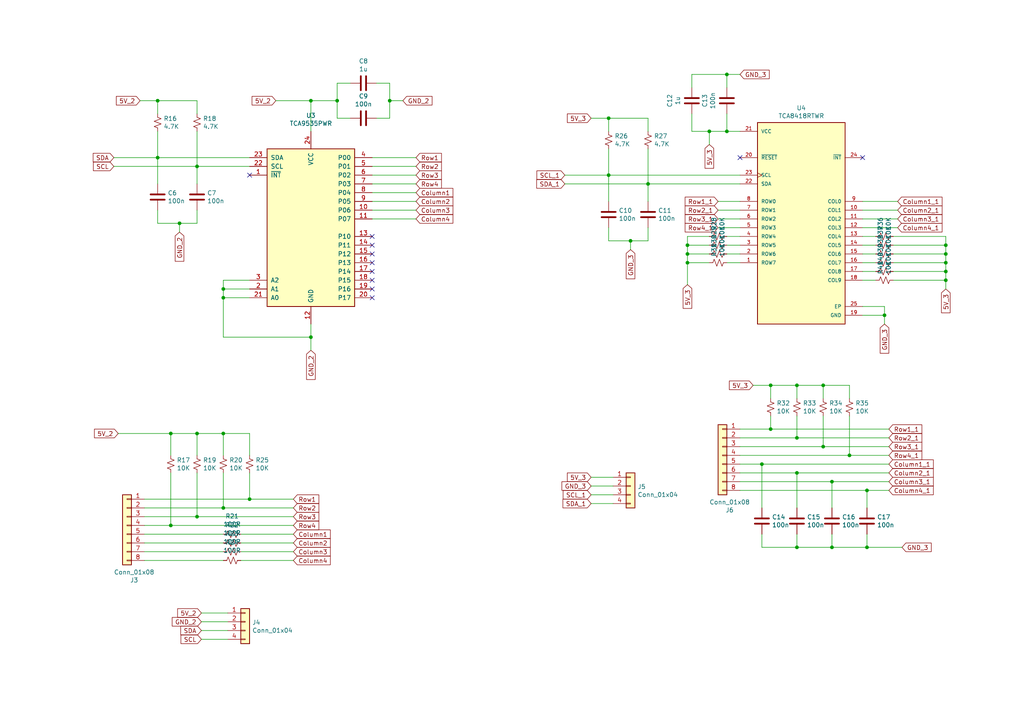
<source format=kicad_sch>
(kicad_sch (version 20230121) (generator eeschema)
  (paper "A4")
  (lib_symbols
    (symbol "Connector_Generic:Conn_01x04" (pin_names (offset 1.016) hide)
      (property "Reference" "J" (at 0 5.08 0))
      (property "Value" "Conn_01x04" (at 0 -7.62 0))
      (symbol "Conn_01x04_1_1"
        (rectangle (start -1.27 -4.953) (end 0 -5.207) (stroke (width 0.1524)))
        (rectangle (start -1.27 -2.413) (end 0 -2.667) (stroke (width 0.1524)))
        (rectangle (start -1.27 0.127) (end 0 -0.127) (stroke (width 0.1524)))
        (rectangle (start -1.27 2.667) (end 0 2.413) (stroke (width 0.1524)))
        (rectangle (start -1.27 3.81) (end 1.27 -6.35) (stroke (width 0.254)) (fill (type background)))
        (pin passive line (at -5.08 2.54 0) (length 3.81) (name "Pin_1") (number "1"))
        (pin passive line (at -5.08 0 0) (length 3.81) (name "Pin_2") (number "2"))
        (pin passive line (at -5.08 -2.54 0) (length 3.81) (name "Pin_3") (number "3"))
        (pin passive line (at -5.08 -5.08 0) (length 3.81) (name "Pin_4") (number "4"))
      )
    )
    (symbol "Connector_Generic:Conn_01x08" (pin_names (offset 1.016) hide)
      (property "Reference" "J" (at 0 10.16 0))
      (property "Value" "Conn_01x08" (at 0 -12.7 0))
      (symbol "Conn_01x08_1_1"
        (rectangle (start -1.27 -10.033) (end 0 -10.287) (stroke (width 0.1524)))
        (rectangle (start -1.27 -7.493) (end 0 -7.747) (stroke (width 0.1524)))
        (rectangle (start -1.27 -4.953) (end 0 -5.207) (stroke (width 0.1524)))
        (rectangle (start -1.27 -2.413) (end 0 -2.667) (stroke (width 0.1524)))
        (rectangle (start -1.27 0.127) (end 0 -0.127) (stroke (width 0.1524)))
        (rectangle (start -1.27 2.667) (end 0 2.413) (stroke (width 0.1524)))
        (rectangle (start -1.27 5.207) (end 0 4.953) (stroke (width 0.1524)))
        (rectangle (start -1.27 7.747) (end 0 7.493) (stroke (width 0.1524)))
        (rectangle (start -1.27 8.89) (end 1.27 -11.43) (stroke (width 0.254)) (fill (type background)))
        (pin passive line (at -5.08 7.62 0) (length 3.81) (name "Pin_1") (number "1"))
        (pin passive line (at -5.08 5.08 0) (length 3.81) (name "Pin_2") (number "2"))
        (pin passive line (at -5.08 2.54 0) (length 3.81) (name "Pin_3") (number "3"))
        (pin passive line (at -5.08 0 0) (length 3.81) (name "Pin_4") (number "4"))
        (pin passive line (at -5.08 -2.54 0) (length 3.81) (name "Pin_5") (number "5"))
        (pin passive line (at -5.08 -5.08 0) (length 3.81) (name "Pin_6") (number "6"))
        (pin passive line (at -5.08 -7.62 0) (length 3.81) (name "Pin_7") (number "7"))
        (pin passive line (at -5.08 -10.16 0) (length 3.81) (name "Pin_8") (number "8"))
      )
    )
    (symbol "Device:C" (pin_numbers hide) (pin_names (offset 0.254))
      (property "Reference" "C" (at 0.635 2.54 0))
      (property "Value" "C" (at 0.635 -2.54 0))
      (symbol "C_0_1"
        (polyline (pts (xy -2.032 -0.762) (xy 2.032 -0.762)) (stroke (width 0.508)))
        (polyline (pts (xy -2.032 0.762) (xy 2.032 0.762)) (stroke (width 0.508)))
      )
      (symbol "C_1_1"
        (pin passive line (at 0 3.81 270) (length 2.794) (name "~") (number "1"))
        (pin passive line (at 0 -3.81 90) (length 2.794) (name "~") (number "2"))
      )
    )
    (symbol "Device:R_Small_US" (pin_numbers hide) (pin_names (offset 0.254) hide)
      (property "Reference" "R" (at 0.762 0.508 0))
      (property "Value" "R_Small_US" (at 0.762 -1.016 0))
      (symbol "R_Small_US_1_1"
        (polyline (pts (xy 0 0) (xy 1.016 -0.381) (xy 0 -0.762) (xy -1.016 -1.143) (xy 0 -1.524)))
        (polyline (pts (xy 0 1.524) (xy 1.016 1.143) (xy 0 0.762) (xy -1.016 0.381) (xy 0 0)))
        (pin passive line (at 0 2.54 270) (length 1.016) (name "~") (number "1"))
        (pin passive line (at 0 -2.54 90) (length 1.016) (name "~") (number "2"))
      )
    )
    (symbol "Display_and_keypad-rescue:TCA8418RTWR-User_Libraries" (pin_names (offset 1.016))
      (property "Reference" "U" (at -12.7 28.702 0))
      (property "Value" "TCA8418RTWR-User_Libraries" (at 2.032 -6.35 90))
      (symbol "TCA8418RTWR-User_Libraries_0_0"
        (rectangle (start -12.7 -30.48) (end 12.7 27.94) (stroke (width 0.254)) (fill (type background)))
        (pin bidirectional line (at -17.78 -12.7 0) (length 5.08) (name "ROW7") (number "1"))
        (pin bidirectional line (at 17.78 2.54 180) (length 5.08) (name "COL1") (number "10"))
        (pin bidirectional line (at 17.78 0 180) (length 5.08) (name "COL2") (number "11"))
        (pin bidirectional line (at 17.78 -2.54 180) (length 5.08) (name "COL3") (number "12"))
        (pin bidirectional line (at 17.78 -5.08 180) (length 5.08) (name "COL4") (number "13"))
        (pin bidirectional line (at 17.78 -7.62 180) (length 5.08) (name "COL5") (number "14"))
        (pin bidirectional line (at 17.78 -10.16 180) (length 5.08) (name "COL6") (number "15"))
        (pin bidirectional line (at 17.78 -12.7 180) (length 5.08) (name "COL7") (number "16"))
        (pin bidirectional line (at 17.78 -15.24 180) (length 5.08) (name "COL8") (number "17"))
        (pin bidirectional line (at 17.78 -17.78 180) (length 5.08) (name "COL9") (number "18"))
        (pin power_in line (at 17.78 -27.94 180) (length 5.08) (name "GND") (number "19"))
        (pin bidirectional line (at -17.78 -10.16 0) (length 5.08) (name "ROW6") (number "2"))
        (pin input line (at -17.78 17.78 0) (length 5.08) (name "~{RESET}") (number "20"))
        (pin power_in line (at -17.78 25.4 0) (length 5.08) (name "VCC") (number "21"))
        (pin bidirectional line (at -17.78 10.16 0) (length 5.08) (name "SDA") (number "22"))
        (pin input clock (at -17.78 12.7 0) (length 5.08) (name "SCL") (number "23"))
        (pin output line (at 17.78 17.78 180) (length 5.08) (name "~{INT}") (number "24"))
        (pin passive line (at 17.78 -25.4 180) (length 5.08) (name "EP") (number "25"))
        (pin bidirectional line (at -17.78 -7.62 0) (length 5.08) (name "ROW5") (number "3"))
        (pin bidirectional line (at -17.78 -5.08 0) (length 5.08) (name "ROW4") (number "4"))
        (pin bidirectional line (at -17.78 -2.54 0) (length 5.08) (name "ROW3") (number "5"))
        (pin bidirectional line (at -17.78 0 0) (length 5.08) (name "ROW2") (number "6"))
        (pin bidirectional line (at -17.78 2.54 0) (length 5.08) (name "ROW1") (number "7"))
        (pin bidirectional line (at -17.78 5.08 0) (length 5.08) (name "ROW0") (number "8"))
        (pin bidirectional line (at 17.78 5.08 180) (length 5.08) (name "COL0") (number "9"))
      )
    )
    (symbol "Interface_Expansion:TCA9535PWR" (pin_names (offset 1.016))
      (property "Reference" "U" (at -11.43 24.13 0))
      (property "Value" "TCA9535PWR" (at 0 0 0))
      (symbol "TCA9535PWR_0_1"
        (rectangle (start -12.7 22.86) (end 12.7 -22.86) (stroke (width 0.254)) (fill (type background)))
      )
      (symbol "TCA9535PWR_1_1"
        (pin open_collector line (at -17.78 15.24 0) (length 5.08) (name "~{INT}") (number "1"))
        (pin bidirectional line (at 17.78 5.08 180) (length 5.08) (name "P06") (number "10"))
        (pin bidirectional line (at 17.78 2.54 180) (length 5.08) (name "P07") (number "11"))
        (pin power_in line (at 0 -27.94 90) (length 5.08) (name "GND") (number "12"))
        (pin bidirectional line (at 17.78 -2.54 180) (length 5.08) (name "P10") (number "13"))
        (pin bidirectional line (at 17.78 -5.08 180) (length 5.08) (name "P11") (number "14"))
        (pin bidirectional line (at 17.78 -7.62 180) (length 5.08) (name "P12") (number "15"))
        (pin bidirectional line (at 17.78 -10.16 180) (length 5.08) (name "P13") (number "16"))
        (pin bidirectional line (at 17.78 -12.7 180) (length 5.08) (name "P14") (number "17"))
        (pin bidirectional line (at 17.78 -15.24 180) (length 5.08) (name "P15") (number "18"))
        (pin bidirectional line (at 17.78 -17.78 180) (length 5.08) (name "P16") (number "19"))
        (pin input line (at -17.78 -17.78 0) (length 5.08) (name "A1") (number "2"))
        (pin bidirectional line (at 17.78 -20.32 180) (length 5.08) (name "P17") (number "20"))
        (pin input line (at -17.78 -20.32 0) (length 5.08) (name "A0") (number "21"))
        (pin input line (at -17.78 17.78 0) (length 5.08) (name "SCL") (number "22"))
        (pin bidirectional line (at -17.78 20.32 0) (length 5.08) (name "SDA") (number "23"))
        (pin power_in line (at 0 27.94 270) (length 5.08) (name "VCC") (number "24"))
        (pin input line (at -17.78 -15.24 0) (length 5.08) (name "A2") (number "3"))
        (pin bidirectional line (at 17.78 20.32 180) (length 5.08) (name "P00") (number "4"))
        (pin bidirectional line (at 17.78 17.78 180) (length 5.08) (name "P01") (number "5"))
        (pin bidirectional line (at 17.78 15.24 180) (length 5.08) (name "P02") (number "6"))
        (pin bidirectional line (at 17.78 12.7 180) (length 5.08) (name "P03") (number "7"))
        (pin bidirectional line (at 17.78 10.16 180) (length 5.08) (name "P04") (number "8"))
        (pin bidirectional line (at 17.78 7.62 180) (length 5.08) (name "P05") (number "9"))
      )
    )
  )
  (junction (at 238.76 111.76))
  (junction (at 205.74 38.1))
  (junction (at 64.77 83.82))
  (junction (at 45.72 29.21))
  (junction (at 64.77 125.73))
  (junction (at 199.39 71.12))
  (junction (at 176.53 50.8))
  (junction (at 90.17 97.79))
  (junction (at 52.07 64.77))
  (junction (at 199.39 73.66))
  (junction (at 90.17 29.21))
  (junction (at 210.82 38.1))
  (junction (at 223.52 124.46))
  (junction (at 256.54 91.44))
  (junction (at 64.77 86.36))
  (junction (at 199.39 76.2))
  (junction (at 97.79 29.21))
  (junction (at 45.72 45.72))
  (junction (at 231.14 158.75))
  (junction (at 238.76 129.54))
  (junction (at 57.15 125.73))
  (junction (at 113.03 29.21))
  (junction (at 231.14 137.16))
  (junction (at 72.39 144.78))
  (junction (at 274.32 78.74))
  (junction (at 187.96 53.34))
  (junction (at 57.15 48.26))
  (junction (at 57.15 149.86))
  (junction (at 231.14 127))
  (junction (at 251.46 158.75))
  (junction (at 274.32 81.28))
  (junction (at 223.52 111.76))
  (junction (at 176.53 34.29))
  (junction (at 274.32 73.66))
  (junction (at 210.82 21.59))
  (junction (at 220.98 134.62))
  (junction (at 64.77 147.32))
  (junction (at 182.88 69.85))
  (junction (at 246.38 132.08))
  (junction (at 274.32 71.12))
  (junction (at 49.53 125.73))
  (junction (at 231.14 111.76))
  (junction (at 49.53 152.4))
  (junction (at 241.3 158.75))
  (junction (at 251.46 142.24))
  (junction (at 274.32 76.2))
  (junction (at 241.3 139.7))
  (no_connect (at 107.95 76.2))
  (no_connect (at 107.95 71.12))
  (no_connect (at 72.39 50.8))
  (no_connect (at 107.95 78.74))
  (no_connect (at 107.95 83.82))
  (no_connect (at 214.63 45.72))
  (no_connect (at 107.95 68.58))
  (no_connect (at 107.95 73.66))
  (no_connect (at 250.19 45.72))
  (no_connect (at 107.95 81.28))
  (no_connect (at 107.95 86.36))
  (wire (pts (xy 64.77 157.48) (xy 41.91 157.48)))
  (wire (pts (xy 250.19 76.2) (xy 254 76.2)))
  (wire (pts (xy 176.53 50.8) (xy 214.63 50.8)))
  (wire (pts (xy 182.88 72.39) (xy 182.88 69.85)))
  (wire (pts (xy 49.53 137.16) (xy 49.53 152.4)))
  (wire (pts (xy 97.79 29.21) (xy 97.79 34.29)))
  (wire (pts (xy 64.77 83.82) (xy 64.77 86.36)))
  (wire (pts (xy 176.53 43.18) (xy 176.53 50.8)))
  (wire (pts (xy 45.72 60.96) (xy 45.72 64.77)))
  (wire (pts (xy 214.63 21.59) (xy 210.82 21.59)))
  (wire (pts (xy 214.63 132.08) (xy 246.38 132.08)))
  (wire (pts (xy 210.82 21.59) (xy 210.82 25.4)))
  (wire (pts (xy 199.39 71.12) (xy 205.74 71.12)))
  (wire (pts (xy 251.46 142.24) (xy 257.81 142.24)))
  (wire (pts (xy 208.28 60.96) (xy 214.63 60.96)))
  (wire (pts (xy 72.39 86.36) (xy 64.77 86.36)))
  (wire (pts (xy 246.38 111.76) (xy 246.38 115.57)))
  (wire (pts (xy 274.32 76.2) (xy 274.32 78.74)))
  (wire (pts (xy 251.46 147.32) (xy 251.46 142.24)))
  (wire (pts (xy 57.15 137.16) (xy 57.15 149.86)))
  (wire (pts (xy 210.82 76.2) (xy 214.63 76.2)))
  (wire (pts (xy 97.79 34.29) (xy 101.6 34.29)))
  (wire (pts (xy 33.02 45.72) (xy 45.72 45.72)))
  (wire (pts (xy 85.09 154.94) (xy 69.85 154.94)))
  (wire (pts (xy 72.39 144.78) (xy 41.91 144.78)))
  (wire (pts (xy 231.14 154.94) (xy 231.14 158.75)))
  (wire (pts (xy 214.63 71.12) (xy 210.82 71.12)))
  (wire (pts (xy 64.77 147.32) (xy 41.91 147.32)))
  (wire (pts (xy 259.08 78.74) (xy 274.32 78.74)))
  (wire (pts (xy 250.19 68.58) (xy 254 68.58)))
  (wire (pts (xy 45.72 29.21) (xy 45.72 33.02)))
  (wire (pts (xy 58.42 182.88) (xy 66.04 182.88)))
  (wire (pts (xy 64.77 86.36) (xy 64.77 97.79)))
  (wire (pts (xy 250.19 63.5) (xy 260.35 63.5)))
  (wire (pts (xy 208.28 63.5) (xy 214.63 63.5)))
  (wire (pts (xy 45.72 45.72) (xy 72.39 45.72)))
  (wire (pts (xy 214.63 124.46) (xy 223.52 124.46)))
  (wire (pts (xy 57.15 149.86) (xy 41.91 149.86)))
  (wire (pts (xy 238.76 115.57) (xy 238.76 111.76)))
  (wire (pts (xy 246.38 120.65) (xy 246.38 132.08)))
  (wire (pts (xy 250.19 91.44) (xy 256.54 91.44)))
  (wire (pts (xy 259.08 71.12) (xy 274.32 71.12)))
  (wire (pts (xy 223.52 115.57) (xy 223.52 111.76)))
  (wire (pts (xy 41.91 160.02) (xy 64.77 160.02)))
  (wire (pts (xy 250.19 78.74) (xy 254 78.74)))
  (wire (pts (xy 274.32 71.12) (xy 274.32 73.66)))
  (wire (pts (xy 214.63 129.54) (xy 238.76 129.54)))
  (wire (pts (xy 259.08 81.28) (xy 274.32 81.28)))
  (wire (pts (xy 259.08 76.2) (xy 274.32 76.2)))
  (wire (pts (xy 107.95 53.34) (xy 120.65 53.34)))
  (wire (pts (xy 57.15 125.73) (xy 57.15 132.08)))
  (wire (pts (xy 200.66 21.59) (xy 210.82 21.59)))
  (wire (pts (xy 246.38 132.08) (xy 257.81 132.08)))
  (wire (pts (xy 171.45 143.51) (xy 177.8 143.51)))
  (wire (pts (xy 49.53 125.73) (xy 49.53 132.08)))
  (wire (pts (xy 223.52 124.46) (xy 257.81 124.46)))
  (wire (pts (xy 187.96 53.34) (xy 214.63 53.34)))
  (wire (pts (xy 176.53 34.29) (xy 176.53 38.1)))
  (wire (pts (xy 199.39 73.66) (xy 199.39 76.2)))
  (wire (pts (xy 57.15 149.86) (xy 85.09 149.86)))
  (wire (pts (xy 57.15 125.73) (xy 64.77 125.73)))
  (wire (pts (xy 85.09 157.48) (xy 69.85 157.48)))
  (wire (pts (xy 107.95 60.96) (xy 120.65 60.96)))
  (wire (pts (xy 231.14 115.57) (xy 231.14 111.76)))
  (wire (pts (xy 33.02 48.26) (xy 57.15 48.26)))
  (wire (pts (xy 251.46 154.94) (xy 251.46 158.75)))
  (wire (pts (xy 256.54 88.9) (xy 250.19 88.9)))
  (wire (pts (xy 58.42 185.42) (xy 66.04 185.42)))
  (wire (pts (xy 107.95 50.8) (xy 120.65 50.8)))
  (wire (pts (xy 250.19 60.96) (xy 260.35 60.96)))
  (wire (pts (xy 49.53 152.4) (xy 41.91 152.4)))
  (wire (pts (xy 182.88 69.85) (xy 187.96 69.85)))
  (wire (pts (xy 64.77 162.56) (xy 41.91 162.56)))
  (wire (pts (xy 200.66 38.1) (xy 205.74 38.1)))
  (wire (pts (xy 163.83 53.34) (xy 187.96 53.34)))
  (wire (pts (xy 40.64 29.21) (xy 45.72 29.21)))
  (wire (pts (xy 107.95 45.72) (xy 120.65 45.72)))
  (wire (pts (xy 241.3 158.75) (xy 251.46 158.75)))
  (wire (pts (xy 256.54 88.9) (xy 256.54 91.44)))
  (wire (pts (xy 274.32 81.28) (xy 274.32 83.82)))
  (wire (pts (xy 49.53 125.73) (xy 57.15 125.73)))
  (wire (pts (xy 260.35 58.42) (xy 250.19 58.42)))
  (wire (pts (xy 57.15 29.21) (xy 57.15 33.02)))
  (wire (pts (xy 72.39 144.78) (xy 85.09 144.78)))
  (wire (pts (xy 57.15 48.26) (xy 72.39 48.26)))
  (wire (pts (xy 109.22 24.13) (xy 113.03 24.13)))
  (wire (pts (xy 171.45 146.05) (xy 177.8 146.05)))
  (wire (pts (xy 218.44 111.76) (xy 223.52 111.76)))
  (wire (pts (xy 171.45 34.29) (xy 176.53 34.29)))
  (wire (pts (xy 199.39 68.58) (xy 199.39 71.12)))
  (wire (pts (xy 45.72 64.77) (xy 52.07 64.77)))
  (wire (pts (xy 113.03 29.21) (xy 116.84 29.21)))
  (wire (pts (xy 34.29 125.73) (xy 49.53 125.73)))
  (wire (pts (xy 200.66 38.1) (xy 200.66 33.02)))
  (wire (pts (xy 251.46 158.75) (xy 261.62 158.75)))
  (wire (pts (xy 163.83 50.8) (xy 176.53 50.8)))
  (wire (pts (xy 97.79 24.13) (xy 101.6 24.13)))
  (wire (pts (xy 176.53 34.29) (xy 187.96 34.29)))
  (wire (pts (xy 57.15 64.77) (xy 57.15 60.96)))
  (wire (pts (xy 231.14 127) (xy 257.81 127)))
  (wire (pts (xy 113.03 24.13) (xy 113.03 29.21)))
  (wire (pts (xy 80.01 29.21) (xy 90.17 29.21)))
  (wire (pts (xy 49.53 152.4) (xy 85.09 152.4)))
  (wire (pts (xy 214.63 139.7) (xy 241.3 139.7)))
  (wire (pts (xy 274.32 78.74) (xy 274.32 81.28)))
  (wire (pts (xy 199.39 76.2) (xy 199.39 82.55)))
  (wire (pts (xy 214.63 134.62) (xy 220.98 134.62)))
  (wire (pts (xy 205.74 38.1) (xy 210.82 38.1)))
  (wire (pts (xy 52.07 67.31) (xy 52.07 64.77)))
  (wire (pts (xy 64.77 154.94) (xy 41.91 154.94)))
  (wire (pts (xy 238.76 111.76) (xy 246.38 111.76)))
  (wire (pts (xy 72.39 81.28) (xy 64.77 81.28)))
  (wire (pts (xy 210.82 73.66) (xy 214.63 73.66)))
  (wire (pts (xy 250.19 66.04) (xy 260.35 66.04)))
  (wire (pts (xy 85.09 162.56) (xy 69.85 162.56)))
  (wire (pts (xy 187.96 34.29) (xy 187.96 38.1)))
  (wire (pts (xy 57.15 53.34) (xy 57.15 48.26)))
  (wire (pts (xy 238.76 129.54) (xy 257.81 129.54)))
  (wire (pts (xy 187.96 69.85) (xy 187.96 66.04)))
  (wire (pts (xy 171.45 140.97) (xy 177.8 140.97)))
  (wire (pts (xy 107.95 58.42) (xy 120.65 58.42)))
  (wire (pts (xy 250.19 71.12) (xy 254 71.12)))
  (wire (pts (xy 199.39 68.58) (xy 205.74 68.58)))
  (wire (pts (xy 223.52 120.65) (xy 223.52 124.46)))
  (wire (pts (xy 274.32 68.58) (xy 274.32 71.12)))
  (wire (pts (xy 231.14 120.65) (xy 231.14 127)))
  (wire (pts (xy 210.82 68.58) (xy 214.63 68.58)))
  (wire (pts (xy 72.39 137.16) (xy 72.39 144.78)))
  (wire (pts (xy 52.07 64.77) (xy 57.15 64.77)))
  (wire (pts (xy 223.52 111.76) (xy 231.14 111.76)))
  (wire (pts (xy 199.39 73.66) (xy 205.74 73.66)))
  (wire (pts (xy 64.77 137.16) (xy 64.77 147.32)))
  (wire (pts (xy 64.77 125.73) (xy 64.77 132.08)))
  (wire (pts (xy 72.39 125.73) (xy 72.39 132.08)))
  (wire (pts (xy 90.17 29.21) (xy 97.79 29.21)))
  (wire (pts (xy 58.42 180.34) (xy 66.04 180.34)))
  (wire (pts (xy 64.77 81.28) (xy 64.77 83.82)))
  (wire (pts (xy 107.95 48.26) (xy 120.65 48.26)))
  (wire (pts (xy 210.82 38.1) (xy 210.82 33.02)))
  (wire (pts (xy 113.03 34.29) (xy 109.22 34.29)))
  (wire (pts (xy 210.82 38.1) (xy 214.63 38.1)))
  (wire (pts (xy 231.14 137.16) (xy 257.81 137.16)))
  (wire (pts (xy 64.77 125.73) (xy 72.39 125.73)))
  (wire (pts (xy 200.66 25.4) (xy 200.66 21.59)))
  (wire (pts (xy 220.98 154.94) (xy 220.98 158.75)))
  (wire (pts (xy 176.53 58.42) (xy 176.53 50.8)))
  (wire (pts (xy 205.74 41.91) (xy 205.74 38.1)))
  (wire (pts (xy 58.42 177.8) (xy 66.04 177.8)))
  (wire (pts (xy 208.28 66.04) (xy 214.63 66.04)))
  (wire (pts (xy 274.32 73.66) (xy 274.32 76.2)))
  (wire (pts (xy 241.3 139.7) (xy 257.81 139.7)))
  (wire (pts (xy 208.28 58.42) (xy 214.63 58.42)))
  (wire (pts (xy 238.76 120.65) (xy 238.76 129.54)))
  (wire (pts (xy 214.63 137.16) (xy 231.14 137.16)))
  (wire (pts (xy 176.53 69.85) (xy 182.88 69.85)))
  (wire (pts (xy 231.14 111.76) (xy 238.76 111.76)))
  (wire (pts (xy 231.14 158.75) (xy 241.3 158.75)))
  (wire (pts (xy 241.3 154.94) (xy 241.3 158.75)))
  (wire (pts (xy 113.03 29.21) (xy 113.03 34.29)))
  (wire (pts (xy 72.39 83.82) (xy 64.77 83.82)))
  (wire (pts (xy 85.09 160.02) (xy 69.85 160.02)))
  (wire (pts (xy 259.08 73.66) (xy 274.32 73.66)))
  (wire (pts (xy 214.63 142.24) (xy 251.46 142.24)))
  (wire (pts (xy 90.17 97.79) (xy 90.17 101.6)))
  (wire (pts (xy 199.39 71.12) (xy 199.39 73.66)))
  (wire (pts (xy 250.19 81.28) (xy 254 81.28)))
  (wire (pts (xy 45.72 29.21) (xy 57.15 29.21)))
  (wire (pts (xy 214.63 127) (xy 231.14 127)))
  (wire (pts (xy 45.72 53.34) (xy 45.72 45.72)))
  (wire (pts (xy 187.96 58.42) (xy 187.96 53.34)))
  (wire (pts (xy 176.53 66.04) (xy 176.53 69.85)))
  (wire (pts (xy 220.98 134.62) (xy 257.81 134.62)))
  (wire (pts (xy 97.79 29.21) (xy 97.79 24.13)))
  (wire (pts (xy 64.77 97.79) (xy 90.17 97.79)))
  (wire (pts (xy 90.17 93.98) (xy 90.17 97.79)))
  (wire (pts (xy 107.95 63.5) (xy 120.65 63.5)))
  (wire (pts (xy 259.08 68.58) (xy 274.32 68.58)))
  (wire (pts (xy 256.54 91.44) (xy 256.54 93.98)))
  (wire (pts (xy 220.98 158.75) (xy 231.14 158.75)))
  (wire (pts (xy 199.39 76.2) (xy 205.74 76.2)))
  (wire (pts (xy 107.95 55.88) (xy 120.65 55.88)))
  (wire (pts (xy 220.98 147.32) (xy 220.98 134.62)))
  (wire (pts (xy 90.17 29.21) (xy 90.17 38.1)))
  (wire (pts (xy 45.72 38.1) (xy 45.72 45.72)))
  (wire (pts (xy 250.19 73.66) (xy 254 73.66)))
  (wire (pts (xy 187.96 43.18) (xy 187.96 53.34)))
  (wire (pts (xy 171.45 138.43) (xy 177.8 138.43)))
  (wire (pts (xy 231.14 147.32) (xy 231.14 137.16)))
  (wire (pts (xy 64.77 147.32) (xy 85.09 147.32)))
  (wire (pts (xy 57.15 38.1) (xy 57.15 48.26)))
  (wire (pts (xy 241.3 147.32) (xy 241.3 139.7)))
  (global_label "GND_3" (shape input) (at 171.45 140.97 180) (property "Intersheetrefs" "${INTERSHEET_REFS}" (effects hide)))
  (global_label "SDA_1" (shape input) (at 171.45 146.05 180) (property "Intersheetrefs" "${INTERSHEET_REFS}" (effects hide)))
  (global_label "5V_2" (shape input) (at 80.01 29.21 180) (property "Intersheetrefs" "${INTERSHEET_REFS}" (effects hide)))
  (global_label "Column2" (shape input) (at 85.09 157.48 0) (property "Intersheetrefs" "${INTERSHEET_REFS}" (effects hide)))
  (global_label "5V_3" (shape input) (at 171.45 138.43 180) (property "Intersheetrefs" "${INTERSHEET_REFS}" (effects hide)))
  (global_label "5V_3" (shape input) (at 274.32 83.82 270) (property "Intersheetrefs" "${INTERSHEET_REFS}" (effects hide)))
  (global_label "GND_3" (shape input) (at 182.88 72.39 270) (property "Intersheetrefs" "${INTERSHEET_REFS}" (effects hide)))
  (global_label "GND_3" (shape input) (at 261.62 158.75 0) (property "Intersheetrefs" "${INTERSHEET_REFS}" (effects hide)))
  (global_label "Row2_1" (shape input) (at 208.28 60.96 180) (property "Intersheetrefs" "${INTERSHEET_REFS}" (effects hide)))
  (global_label "Row1_1" (shape input) (at 257.81 124.46 0) (property "Intersheetrefs" "${INTERSHEET_REFS}" (effects hide)))
  (global_label "SCL_1" (shape input) (at 171.45 143.51 180) (property "Intersheetrefs" "${INTERSHEET_REFS}" (effects hide)))
  (global_label "GND_3" (shape input) (at 256.54 93.98 270) (property "Intersheetrefs" "${INTERSHEET_REFS}" (effects hide)))
  (global_label "Row2" (shape input) (at 120.65 48.26 0) (property "Intersheetrefs" "${INTERSHEET_REFS}" (effects hide)))
  (global_label "5V_3" (shape input) (at 199.39 82.55 270) (property "Intersheetrefs" "${INTERSHEET_REFS}" (effects hide)))
  (global_label "Column4" (shape input) (at 85.09 162.56 0) (property "Intersheetrefs" "${INTERSHEET_REFS}" (effects hide)))
  (global_label "SDA_1" (shape input) (at 163.83 53.34 180) (property "Intersheetrefs" "${INTERSHEET_REFS}" (effects hide)))
  (global_label "5V_3" (shape input) (at 205.74 41.91 270) (property "Intersheetrefs" "${INTERSHEET_REFS}" (effects hide)))
  (global_label "Column4_1" (shape input) (at 260.35 66.04 0) (property "Intersheetrefs" "${INTERSHEET_REFS}" (effects hide)))
  (global_label "Column3_1" (shape input) (at 260.35 63.5 0) (property "Intersheetrefs" "${INTERSHEET_REFS}" (effects hide)))
  (global_label "5V_2" (shape input) (at 34.29 125.73 180) (property "Intersheetrefs" "${INTERSHEET_REFS}" (effects hide)))
  (global_label "Column3_1" (shape input) (at 257.81 139.7 0) (property "Intersheetrefs" "${INTERSHEET_REFS}" (effects hide)))
  (global_label "5V_2" (shape input) (at 58.42 177.8 180) (property "Intersheetrefs" "${INTERSHEET_REFS}" (effects hide)))
  (global_label "Row4" (shape input) (at 85.09 152.4 0) (property "Intersheetrefs" "${INTERSHEET_REFS}" (effects hide)))
  (global_label "GND_2" (shape input) (at 52.07 67.31 270) (property "Intersheetrefs" "${INTERSHEET_REFS}" (effects hide)))
  (global_label "Column4" (shape input) (at 120.65 63.5 0) (property "Intersheetrefs" "${INTERSHEET_REFS}" (effects hide)))
  (global_label "Row3" (shape input) (at 120.65 50.8 0) (property "Intersheetrefs" "${INTERSHEET_REFS}" (effects hide)))
  (global_label "Column2_1" (shape input) (at 257.81 137.16 0) (property "Intersheetrefs" "${INTERSHEET_REFS}" (effects hide)))
  (global_label "GND_2" (shape input) (at 90.17 101.6 270) (property "Intersheetrefs" "${INTERSHEET_REFS}" (effects hide)))
  (global_label "5V_3" (shape input) (at 218.44 111.76 180) (property "Intersheetrefs" "${INTERSHEET_REFS}" (effects hide)))
  (global_label "5V_2" (shape input) (at 40.64 29.21 180) (property "Intersheetrefs" "${INTERSHEET_REFS}" (effects hide)))
  (global_label "Row1_1" (shape input) (at 208.28 58.42 180) (property "Intersheetrefs" "${INTERSHEET_REFS}" (effects hide)))
  (global_label "SCL_1" (shape input) (at 163.83 50.8 180) (property "Intersheetrefs" "${INTERSHEET_REFS}" (effects hide)))
  (global_label "SCL" (shape input) (at 58.42 185.42 180) (property "Intersheetrefs" "${INTERSHEET_REFS}" (effects hide)))
  (global_label "5V_3" (shape input) (at 171.45 34.29 180) (property "Intersheetrefs" "${INTERSHEET_REFS}" (effects hide)))
  (global_label "GND_3" (shape input) (at 214.63 21.59 0) (property "Intersheetrefs" "${INTERSHEET_REFS}" (effects hide)))
  (global_label "Column1" (shape input) (at 85.09 154.94 0) (property "Intersheetrefs" "${INTERSHEET_REFS}" (effects hide)))
  (global_label "Row4" (shape input) (at 120.65 53.34 0) (property "Intersheetrefs" "${INTERSHEET_REFS}" (effects hide)))
  (global_label "Row2" (shape input) (at 85.09 147.32 0) (property "Intersheetrefs" "${INTERSHEET_REFS}" (effects hide)))
  (global_label "Column1_1" (shape input) (at 257.81 134.62 0) (property "Intersheetrefs" "${INTERSHEET_REFS}" (effects hide)))
  (global_label "Row4_1" (shape input) (at 257.81 132.08 0) (property "Intersheetrefs" "${INTERSHEET_REFS}" (effects hide)))
  (global_label "Row1" (shape input) (at 120.65 45.72 0) (property "Intersheetrefs" "${INTERSHEET_REFS}" (effects hide)))
  (global_label "Column2_1" (shape input) (at 260.35 60.96 0) (property "Intersheetrefs" "${INTERSHEET_REFS}" (effects hide)))
  (global_label "Column3" (shape input) (at 120.65 60.96 0) (property "Intersheetrefs" "${INTERSHEET_REFS}" (effects hide)))
  (global_label "SDA" (shape input) (at 58.42 182.88 180) (property "Intersheetrefs" "${INTERSHEET_REFS}" (effects hide)))
  (global_label "Row4_1" (shape input) (at 208.28 66.04 180) (property "Intersheetrefs" "${INTERSHEET_REFS}" (effects hide)))
  (global_label "SCL" (shape input) (at 33.02 48.26 180) (property "Intersheetrefs" "${INTERSHEET_REFS}" (effects hide)))
  (global_label "Column4_1" (shape input) (at 257.81 142.24 0) (property "Intersheetrefs" "${INTERSHEET_REFS}" (effects hide)))
  (global_label "Column2" (shape input) (at 120.65 58.42 0) (property "Intersheetrefs" "${INTERSHEET_REFS}" (effects hide)))
  (global_label "Row2_1" (shape input) (at 257.81 127 0) (property "Intersheetrefs" "${INTERSHEET_REFS}" (effects hide)))
  (global_label "Column1_1" (shape input) (at 260.35 58.42 0) (property "Intersheetrefs" "${INTERSHEET_REFS}" (effects hide)))
  (global_label "GND_2" (shape input) (at 116.84 29.21 0) (property "Intersheetrefs" "${INTERSHEET_REFS}" (effects hide)))
  (global_label "SDA" (shape input) (at 33.02 45.72 180) (property "Intersheetrefs" "${INTERSHEET_REFS}" (effects hide)))
  (global_label "GND_2" (shape input) (at 58.42 180.34 180) (property "Intersheetrefs" "${INTERSHEET_REFS}" (effects hide)))
  (global_label "Column1" (shape input) (at 120.65 55.88 0) (property "Intersheetrefs" "${INTERSHEET_REFS}" (effects hide)))
  (global_label "Row1" (shape input) (at 85.09 144.78 0) (property "Intersheetrefs" "${INTERSHEET_REFS}" (effects hide)))
  (global_label "Row3_1" (shape input) (at 208.28 63.5 180) (property "Intersheetrefs" "${INTERSHEET_REFS}" (effects hide)))
  (global_label "Column3" (shape input) (at 85.09 160.02 0) (property "Intersheetrefs" "${INTERSHEET_REFS}" (effects hide)))
  (global_label "Row3_1" (shape input) (at 257.81 129.54 0) (property "Intersheetrefs" "${INTERSHEET_REFS}" (effects hide)))
  (global_label "Row3" (shape input) (at 85.09 149.86 0) (property "Intersheetrefs" "${INTERSHEET_REFS}" (effects hide)))
  (symbol (lib_id "Device:R_Small_US") (at 208.28 76.2 90) (unit 1)
    (property "Reference" "R31" (at 207.1116 74.4728 0) (effects (justify left)))
    (property "Value" "10K" (at 209.423 74.4728 0) (effects (justify left)))
    (property "Footprint" "Resistor_SMD:R_0805_2012Metric_Pad1.20x1.40mm_HandSolder" (effects hide))
  )
  (symbol (lib_id "Device:R_Small_US") (at 208.28 73.66 90) (unit 1)
    (property "Reference" "R30" (at 207.1116 71.9328 0) (effects (justify left)))
    (property "Value" "10K" (at 209.423 71.9328 0) (effects (justify left)))
    (property "Footprint" "Resistor_SMD:R_0805_2012Metric_Pad1.20x1.40mm_HandSolder" (effects hide))
  )
  (symbol (lib_id "Device:R_Small_US") (at 208.28 71.12 90) (unit 1)
    (property "Reference" "R29" (at 207.1116 69.3928 0) (effects (justify left)))
    (property "Value" "10K" (at 209.423 69.3928 0) (effects (justify left)))
    (property "Footprint" "Resistor_SMD:R_0805_2012Metric_Pad1.20x1.40mm_HandSolder" (effects hide))
  )
  (symbol (lib_id "Device:R_Small_US") (at 208.28 68.58 90) (unit 1)
    (property "Reference" "R28" (at 207.1116 66.8528 0) (effects (justify left)))
    (property "Value" "10K" (at 209.423 66.8528 0) (effects (justify left)))
    (property "Footprint" "Resistor_SMD:R_0805_2012Metric_Pad1.20x1.40mm_HandSolder" (effects hide))
  )
  (symbol (lib_id "Connector_Generic:Conn_01x08") (at 209.55 132.08 0) (mirror y) (unit 1)
    (property "Reference" "J6" (at 211.6328 147.955 0))
    (property "Value" "Conn_01x08" (at 211.6328 145.6436 0))
    (property "Footprint" "Connector_PinHeader_2.54mm:PinHeader_1x08_P2.54mm_Vertical" (effects hide))
  )
  (symbol (lib_id "Connector_Generic:Conn_01x04") (at 182.88 140.97 0) (unit 1)
    (property "Reference" "J5" (at 184.912 141.1732 0) (effects (justify left)))
    (property "Value" "Conn_01x04" (at 184.912 143.4846 0) (effects (justify left)))
    (property "Footprint" "Connector_PinHeader_2.54mm:PinHeader_1x04_P2.54mm_Vertical" (effects hide))
  )
  (symbol (lib_id "Connector_Generic:Conn_01x04") (at 71.12 180.34 0) (unit 1)
    (property "Reference" "J4" (at 73.152 180.5432 0) (effects (justify left)))
    (property "Value" "Conn_01x04" (at 73.152 182.8546 0) (effects (justify left)))
    (property "Footprint" "Connector_PinHeader_2.54mm:PinHeader_1x04_P2.54mm_Vertical" (effects hide))
  )
  (symbol (lib_id "Interface_Expansion:TCA9535PWR") (at 90.17 66.04 0) (unit 1)
    (property "Reference" "U3" (at 90.17 33.5026 0))
    (property "Value" "TCA9535PWR" (at 90.17 35.814 0))
    (property "Footprint" "Package_SO:TSSOP-24_4.4x7.8mm_P0.65mm" (effects hide))
    (property "Datasheet" "http://www.ti.com/lit/ds/symlink/tca9535.pdf" (effects hide))
  )
  (symbol (lib_id "Device:C") (at 45.72 57.15 0) (unit 1)
    (property "Reference" "C6" (at 48.641 55.9816 0) (effects (justify left)))
    (property "Value" "100n" (at 48.641 58.293 0) (effects (justify left)))
    (property "Footprint" "Capacitor_SMD:C_0805_2012Metric_Pad1.18x1.45mm_HandSolder" (effects hide))
  )
  (symbol (lib_id "Device:R_Small_US") (at 45.72 35.56 0) (unit 1)
    (property "Reference" "R16" (at 47.4472 34.3916 0) (effects (justify left)))
    (property "Value" "4.7K" (at 47.4472 36.703 0) (effects (justify left)))
    (property "Footprint" "Resistor_SMD:R_0805_2012Metric_Pad1.20x1.40mm_HandSolder" (effects hide))
  )
  (symbol (lib_id "Device:R_Small_US") (at 57.15 35.56 0) (unit 1)
    (property "Reference" "R18" (at 58.8772 34.3916 0) (effects (justify left)))
    (property "Value" "4.7K" (at 58.8772 36.703 0) (effects (justify left)))
    (property "Footprint" "Resistor_SMD:R_0805_2012Metric_Pad1.20x1.40mm_HandSolder" (effects hide))
  )
  (symbol (lib_id "Device:C") (at 57.15 57.15 0) (unit 1)
    (property "Reference" "C7" (at 60.071 55.9816 0) (effects (justify left)))
    (property "Value" "100n" (at 60.071 58.293 0) (effects (justify left)))
    (property "Footprint" "Capacitor_SMD:C_0805_2012Metric_Pad1.18x1.45mm_HandSolder" (effects hide))
  )
  (symbol (lib_id "Device:C") (at 105.41 24.13 270) (unit 1)
    (property "Reference" "C8" (at 105.41 17.7292 90))
    (property "Value" "1u" (at 105.41 20.0406 90))
    (property "Footprint" "Capacitor_SMD:C_0805_2012Metric_Pad1.18x1.45mm_HandSolder" (effects hide))
  )
  (symbol (lib_id "Device:C") (at 105.41 34.29 270) (unit 1)
    (property "Reference" "C9" (at 105.41 27.8892 90))
    (property "Value" "100n" (at 105.41 30.2006 90))
    (property "Footprint" "Capacitor_SMD:C_0805_2012Metric_Pad1.18x1.45mm_HandSolder" (effects hide))
  )
  (symbol (lib_id "Device:R_Small_US") (at 256.54 76.2 90) (unit 1)
    (property "Reference" "R39" (at 255.3716 74.4728 0) (effects (justify left)))
    (property "Value" "10K" (at 257.683 74.4728 0) (effects (justify left)))
    (property "Footprint" "Resistor_SMD:R_0805_2012Metric_Pad1.20x1.40mm_HandSolder" (effects hide))
  )
  (symbol (lib_id "Device:R_Small_US") (at 256.54 73.66 90) (unit 1)
    (property "Reference" "R38" (at 255.3716 71.9328 0) (effects (justify left)))
    (property "Value" "10K" (at 257.683 71.9328 0) (effects (justify left)))
    (property "Footprint" "Resistor_SMD:R_0805_2012Metric_Pad1.20x1.40mm_HandSolder" (effects hide))
  )
  (symbol (lib_id "Device:R_Small_US") (at 256.54 71.12 90) (unit 1)
    (property "Reference" "R37" (at 255.3716 69.3928 0) (effects (justify left)))
    (property "Value" "10K" (at 257.683 69.3928 0) (effects (justify left)))
    (property "Footprint" "Resistor_SMD:R_0805_2012Metric_Pad1.20x1.40mm_HandSolder" (effects hide))
  )
  (symbol (lib_id "Device:R_Small_US") (at 256.54 68.58 90) (unit 1)
    (property "Reference" "R36" (at 255.3716 66.8528 0) (effects (justify left)))
    (property "Value" "10K" (at 257.683 66.8528 0) (effects (justify left)))
    (property "Footprint" "Resistor_SMD:R_0805_2012Metric_Pad1.20x1.40mm_HandSolder" (effects hide))
  )
  (symbol (lib_id "Device:R_Small_US") (at 256.54 81.28 90) (unit 1)
    (property "Reference" "R41" (at 255.3716 79.5528 0) (effects (justify left)))
    (property "Value" "10K" (at 257.683 79.5528 0) (effects (justify left)))
    (property "Footprint" "Resistor_SMD:R_0805_2012Metric_Pad1.20x1.40mm_HandSolder" (effects hide))
  )
  (symbol (lib_id "Device:R_Small_US") (at 256.54 78.74 90) (unit 1)
    (property "Reference" "R40" (at 255.3716 77.0128 0) (effects (justify left)))
    (property "Value" "10K" (at 257.683 77.0128 0) (effects (justify left)))
    (property "Footprint" "Resistor_SMD:R_0805_2012Metric_Pad1.20x1.40mm_HandSolder" (effects hide))
  )
  (symbol (lib_id "Device:R_Small_US") (at 49.53 134.62 0) (unit 1)
    (property "Reference" "R17" (at 51.2572 133.4516 0) (effects (justify left)))
    (property "Value" "10K" (at 51.2572 135.763 0) (effects (justify left)))
    (property "Footprint" "Resistor_SMD:R_0805_2012Metric_Pad1.20x1.40mm_HandSolder" (effects hide))
  )
  (symbol (lib_id "Device:R_Small_US") (at 57.15 134.62 0) (unit 1)
    (property "Reference" "R19" (at 58.8772 133.4516 0) (effects (justify left)))
    (property "Value" "10K" (at 58.8772 135.763 0) (effects (justify left)))
    (property "Footprint" "Resistor_SMD:R_0805_2012Metric_Pad1.20x1.40mm_HandSolder" (effects hide))
  )
  (symbol (lib_id "Device:R_Small_US") (at 64.77 134.62 0) (unit 1)
    (property "Reference" "R20" (at 66.4972 133.4516 0) (effects (justify left)))
    (property "Value" "10K" (at 66.4972 135.763 0) (effects (justify left)))
    (property "Footprint" "Resistor_SMD:R_0805_2012Metric_Pad1.20x1.40mm_HandSolder" (effects hide))
  )
  (symbol (lib_id "Device:R_Small_US") (at 72.39 134.62 0) (unit 1)
    (property "Reference" "R25" (at 74.1172 133.4516 0) (effects (justify left)))
    (property "Value" "10K" (at 74.1172 135.763 0) (effects (justify left)))
    (property "Footprint" "Resistor_SMD:R_0805_2012Metric_Pad1.20x1.40mm_HandSolder" (effects hide))
  )
  (symbol (lib_id "Device:R_Small_US") (at 67.31 154.94 270) (unit 1)
    (property "Reference" "R21" (at 67.31 149.733 90))
    (property "Value" "100R" (at 67.31 152.0444 90))
    (property "Footprint" "Resistor_SMD:R_0805_2012Metric_Pad1.20x1.40mm_HandSolder" (effects hide))
  )
  (symbol (lib_id "Device:R_Small_US") (at 67.31 157.48 270) (unit 1)
    (property "Reference" "R22" (at 67.31 152.273 90))
    (property "Value" "100R" (at 67.31 154.5844 90))
    (property "Footprint" "Resistor_SMD:R_0805_2012Metric_Pad1.20x1.40mm_HandSolder" (effects hide))
  )
  (symbol (lib_id "Device:R_Small_US") (at 67.31 160.02 270) (unit 1)
    (property "Reference" "R23" (at 67.31 154.813 90))
    (property "Value" "100R" (at 67.31 157.1244 90))
    (property "Footprint" "Resistor_SMD:R_0805_2012Metric_Pad1.20x1.40mm_HandSolder" (effects hide))
  )
  (symbol (lib_id "Device:R_Small_US") (at 67.31 162.56 270) (unit 1)
    (property "Reference" "R24" (at 67.31 157.353 90))
    (property "Value" "100R" (at 67.31 159.6644 90))
    (property "Footprint" "Resistor_SMD:R_0805_2012Metric_Pad1.20x1.40mm_HandSolder" (effects hide))
  )
  (symbol (lib_id "Connector_Generic:Conn_01x08") (at 36.83 152.4 0) (mirror y) (unit 1)
    (property "Reference" "J3" (at 38.9128 168.275 0))
    (property "Value" "Conn_01x08" (at 38.9128 165.9636 0))
    (property "Footprint" "Connector_PinHeader_2.54mm:PinHeader_1x08_P2.54mm_Vertical" (effects hide))
  )
  (symbol (lib_id "Device:C") (at 220.98 151.13 0) (unit 1)
    (property "Reference" "C14" (at 223.901 149.9616 0) (effects (justify left)))
    (property "Value" "100n" (at 223.901 152.273 0) (effects (justify left)))
    (property "Footprint" "Capacitor_SMD:C_0805_2012Metric_Pad1.18x1.45mm_HandSolder" (effects hide))
  )
  (symbol (lib_id "Device:C") (at 231.14 151.13 0) (unit 1)
    (property "Reference" "C15" (at 234.061 149.9616 0) (effects (justify left)))
    (property "Value" "100n" (at 234.061 152.273 0) (effects (justify left)))
    (property "Footprint" "Capacitor_SMD:C_0805_2012Metric_Pad1.18x1.45mm_HandSolder" (effects hide))
  )
  (symbol (lib_id "Device:C") (at 241.3 151.13 0) (unit 1)
    (property "Reference" "C16" (at 244.221 149.9616 0) (effects (justify left)))
    (property "Value" "100n" (at 244.221 152.273 0) (effects (justify left)))
    (property "Footprint" "Capacitor_SMD:C_0805_2012Metric_Pad1.18x1.45mm_HandSolder" (effects hide))
  )
  (symbol (lib_id "Device:C") (at 251.46 151.13 0) (unit 1)
    (property "Reference" "C17" (at 254.381 149.9616 0) (effects (justify left)))
    (property "Value" "100n" (at 254.381 152.273 0) (effects (justify left)))
    (property "Footprint" "Capacitor_SMD:C_0805_2012Metric_Pad1.18x1.45mm_HandSolder" (effects hide))
  )
  (symbol (lib_id "Display_and_keypad-rescue:TCA8418RTWR-User_Libraries") (at 232.41 63.5 0) (unit 1)
    (property "Reference" "U4" (at 232.41 31.3182 0))
    (property "Value" "TCA8418RTWR" (at 232.41 33.6296 0))
    (property "Footprint" "User_Footprint:QFN50P400X400X80-25N" (effects hide))
  )
  (symbol (lib_id "Device:R_Small_US") (at 223.52 118.11 0) (unit 1)
    (property "Reference" "R32" (at 225.2472 116.9416 0) (effects (justify left)))
    (property "Value" "10K" (at 225.2472 119.253 0) (effects (justify left)))
    (property "Footprint" "Resistor_SMD:R_0805_2012Metric_Pad1.20x1.40mm_HandSolder" (effects hide))
  )
  (symbol (lib_id "Device:R_Small_US") (at 231.14 118.11 0) (unit 1)
    (property "Reference" "R33" (at 232.8672 116.9416 0) (effects (justify left)))
    (property "Value" "10K" (at 232.8672 119.253 0) (effects (justify left)))
    (property "Footprint" "Resistor_SMD:R_0805_2012Metric_Pad1.20x1.40mm_HandSolder" (effects hide))
  )
  (symbol (lib_id "Device:R_Small_US") (at 238.76 118.11 0) (unit 1)
    (property "Reference" "R34" (at 240.4872 116.9416 0) (effects (justify left)))
    (property "Value" "10K" (at 240.4872 119.253 0) (effects (justify left)))
    (property "Footprint" "Resistor_SMD:R_0805_2012Metric_Pad1.20x1.40mm_HandSolder" (effects hide))
  )
  (symbol (lib_id "Device:R_Small_US") (at 246.38 118.11 0) (unit 1)
    (property "Reference" "R35" (at 248.1072 116.9416 0) (effects (justify left)))
    (property "Value" "10K" (at 248.1072 119.253 0) (effects (justify left)))
    (property "Footprint" "Resistor_SMD:R_0805_2012Metric_Pad1.20x1.40mm_HandSolder" (effects hide))
  )
  (symbol (lib_id "Device:C") (at 200.66 29.21 0) (unit 1)
    (property "Reference" "C12" (at 194.2592 29.21 90))
    (property "Value" "1u" (at 196.5706 29.21 90))
    (property "Footprint" "Capacitor_SMD:C_0805_2012Metric_Pad1.18x1.45mm_HandSolder" (effects hide))
  )
  (symbol (lib_id "Device:C") (at 210.82 29.21 0) (unit 1)
    (property "Reference" "C13" (at 204.4192 29.21 90))
    (property "Value" "100n" (at 206.7306 29.21 90))
    (property "Footprint" "Capacitor_SMD:C_0805_2012Metric_Pad1.18x1.45mm_HandSolder" (effects hide))
  )
  (symbol (lib_id "Device:C") (at 176.53 62.23 0) (unit 1)
    (property "Reference" "C10" (at 179.451 61.0616 0) (effects (justify left)))
    (property "Value" "100n" (at 179.451 63.373 0) (effects (justify left)))
    (property "Footprint" "Capacitor_SMD:C_0805_2012Metric_Pad1.18x1.45mm_HandSolder" (effects hide))
  )
  (symbol (lib_id "Device:R_Small_US") (at 176.53 40.64 0) (unit 1)
    (property "Reference" "R26" (at 178.2572 39.4716 0) (effects (justify left)))
    (property "Value" "4.7K" (at 178.2572 41.783 0) (effects (justify left)))
    (property "Footprint" "Resistor_SMD:R_0805_2012Metric_Pad1.20x1.40mm_HandSolder" (effects hide))
  )
  (symbol (lib_id "Device:R_Small_US") (at 187.96 40.64 0) (unit 1)
    (property "Reference" "R27" (at 189.6872 39.4716 0) (effects (justify left)))
    (property "Value" "4.7K" (at 189.6872 41.783 0) (effects (justify left)))
    (property "Footprint" "Resistor_SMD:R_0805_2012Metric_Pad1.20x1.40mm_HandSolder" (effects hide))
  )
  (symbol (lib_id "Device:C") (at 187.96 62.23 0) (unit 1)
    (property "Reference" "C11" (at 190.881 61.0616 0) (effects (justify left)))
    (property "Value" "100n" (at 190.881 63.373 0) (effects (justify left)))
    (property "Footprint" "Capacitor_SMD:C_0805_2012Metric_Pad1.18x1.45mm_HandSolder" (effects hide))
  )
)
</source>
